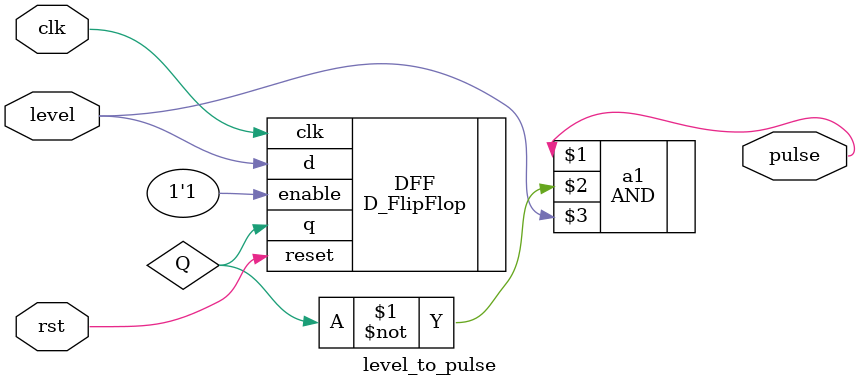
<source format=sv>
`timescale 1ns / 1ps


module level_to_pulse(output pulse,
                    input logic clk,rst, level
    );
wire Q;
D_FlipFlop DFF(.q(Q), .clk(clk) , .reset(rst), .enable(1'b1), .d(level));  
AND a1(pulse,~Q,level);
endmodule


</source>
